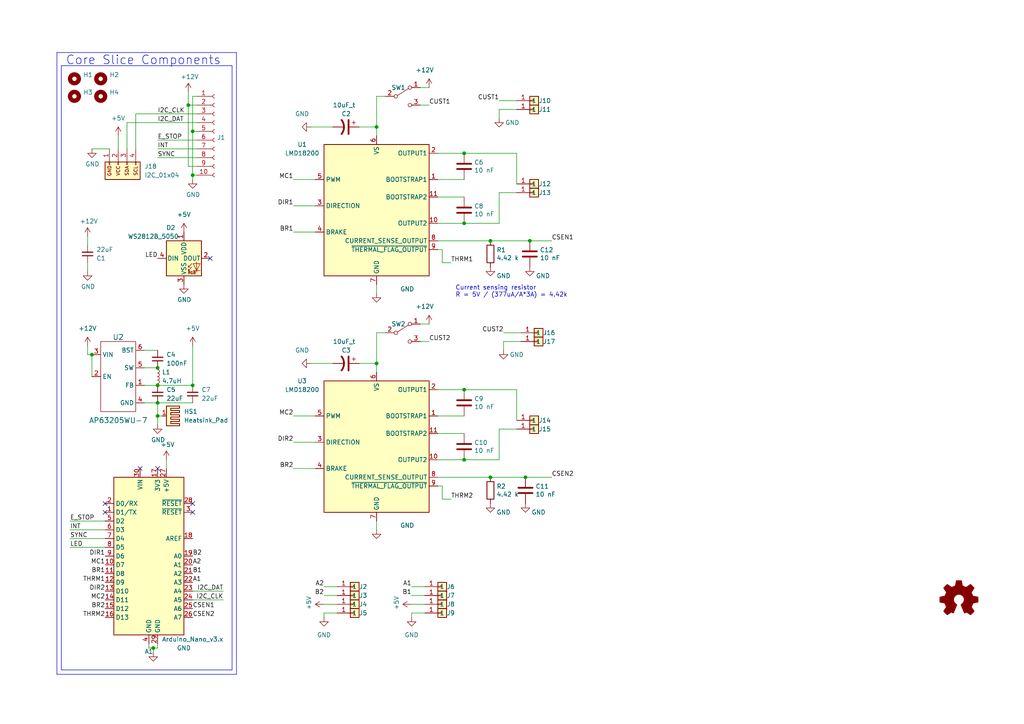
<source format=kicad_sch>
(kicad_sch (version 20250114) (generator "eeschema") (generator_version "9.0")
  (paper "A4")
  (lib_symbols
    (symbol "BREAD_Slice-rescue:10uF_t-OCI_UPL_2_Capacitors" (pin_numbers (hide yes)) (pin_names (offset 0.254) (hide yes))
      (property "Reference" "C" (at 0.635 2.54 0))
      (property "Value" "10uF_t-OCI_UPL_2_Capacitors" (at 0.635 -2.54 0))
      (symbol "10uF_t-OCI_UPL_2_Capacitors_0_1"
        (polyline (pts (xy -2.032 0.762) (xy 2.032 0.762)) (stroke (width 0.508)))
        (polyline (pts (xy -1.778 2.286) (xy -0.762 2.286)))
        (polyline (pts (xy -1.27 1.778) (xy -1.27 2.794)))
        (arc (start -2.032 -1.27) (mid 0 -0.5572) (end 2.032 -1.27) (stroke (width 0.508)))
      )
      (symbol "10uF_t-OCI_UPL_2_Capacitors_1_1"
        (pin passive line (at 0 3.81 270) (length 2.794) (name "~") (number "1"))
        (pin passive line (at 0 -3.81 90) (length 3.302) (name "~") (number "2"))
      )
    )
    (symbol "Connector:Conn_01x10_Female" (pin_names (offset 1.016) (hide yes))
      (property "Reference" "J" (at 0 12.7 0))
      (property "Value" "Conn_01x10_Female" (at 0 -15.24 0))
      (symbol "Conn_01x10_Female_1_1"
        (polyline (pts (xy -1.27 10.16) (xy -0.508 10.16)) (stroke (width 0.1524)))
        (polyline (pts (xy -1.27 7.62) (xy -0.508 7.62)) (stroke (width 0.1524)))
        (polyline (pts (xy -1.27 5.08) (xy -0.508 5.08)) (stroke (width 0.1524)))
        (polyline (pts (xy -1.27 2.54) (xy -0.508 2.54)) (stroke (width 0.1524)))
        (polyline (pts (xy -1.27 0) (xy -0.508 0)) (stroke (width 0.1524)))
        (polyline (pts (xy -1.27 -2.54) (xy -0.508 -2.54)) (stroke (width 0.1524)))
        (polyline (pts (xy -1.27 -5.08) (xy -0.508 -5.08)) (stroke (width 0.1524)))
        (polyline (pts (xy -1.27 -7.62) (xy -0.508 -7.62)) (stroke (width 0.1524)))
        (polyline (pts (xy -1.27 -10.16) (xy -0.508 -10.16)) (stroke (width 0.1524)))
        (polyline (pts (xy -1.27 -12.7) (xy -0.508 -12.7)) (stroke (width 0.1524)))
        (arc (start 0 9.652) (mid -0.5058 10.16) (end 0 10.668) (stroke (width 0.1524)))
        (arc (start 0 7.112) (mid -0.5058 7.62) (end 0 8.128) (stroke (width 0.1524)))
        (arc (start 0 4.572) (mid -0.5058 5.08) (end 0 5.588) (stroke (width 0.1524)))
        (arc (start 0 2.032) (mid -0.5058 2.54) (end 0 3.048) (stroke (width 0.1524)))
        (arc (start 0 -0.508) (mid -0.5058 0) (end 0 0.508) (stroke (width 0.1524)))
        (arc (start 0 -3.048) (mid -0.5058 -2.54) (end 0 -2.032) (stroke (width 0.1524)))
        (arc (start 0 -5.588) (mid -0.5058 -5.08) (end 0 -4.572) (stroke (width 0.1524)))
        (arc (start 0 -8.128) (mid -0.5058 -7.62) (end 0 -7.112) (stroke (width 0.1524)))
        (arc (start 0 -10.668) (mid -0.5058 -10.16) (end 0 -9.652) (stroke (width 0.1524)))
        (arc (start 0 -13.208) (mid -0.5058 -12.7) (end 0 -12.192) (stroke (width 0.1524)))
        (pin passive line (at -5.08 10.16 0) (length 3.81) (name "Pin_1") (number "1"))
        (pin passive line (at -5.08 7.62 0) (length 3.81) (name "Pin_2") (number "2"))
        (pin passive line (at -5.08 5.08 0) (length 3.81) (name "Pin_3") (number "3"))
        (pin passive line (at -5.08 2.54 0) (length 3.81) (name "Pin_4") (number "4"))
        (pin passive line (at -5.08 0 0) (length 3.81) (name "Pin_5") (number "5"))
        (pin passive line (at -5.08 -2.54 0) (length 3.81) (name "Pin_6") (number "6"))
        (pin passive line (at -5.08 -5.08 0) (length 3.81) (name "Pin_7") (number "7"))
        (pin passive line (at -5.08 -7.62 0) (length 3.81) (name "Pin_8") (number "8"))
        (pin passive line (at -5.08 -10.16 0) (length 3.81) (name "Pin_9") (number "9"))
        (pin passive line (at -5.08 -12.7 0) (length 3.81) (name "Pin_10") (number "10"))
      )
    )
    (symbol "Device:C" (pin_numbers (hide yes)) (pin_names (offset 0.254))
      (property "Reference" "C" (at 0.635 2.54 0))
      (property "Value" "C" (at 0.635 -2.54 0))
      (symbol "C_0_1"
        (polyline (pts (xy -2.032 0.762) (xy 2.032 0.762)) (stroke (width 0.508)))
        (polyline (pts (xy -2.032 -0.762) (xy 2.032 -0.762)) (stroke (width 0.508)))
      )
      (symbol "C_1_1"
        (pin passive line (at 0 3.81 270) (length 2.794) (name "~") (number "1"))
        (pin passive line (at 0 -3.81 90) (length 2.794) (name "~") (number "2"))
      )
    )
    (symbol "Device:C_Small" (pin_numbers (hide yes)) (pin_names (offset 0.254) (hide yes))
      (property "Reference" "C" (at 0.254 1.778 0))
      (property "Value" "C_Small" (at 0.254 -2.032 0))
      (symbol "C_Small_0_1"
        (polyline (pts (xy -1.524 0.508) (xy 1.524 0.508)) (stroke (width 0.3048)))
        (polyline (pts (xy -1.524 -0.508) (xy 1.524 -0.508)) (stroke (width 0.3302)))
      )
      (symbol "C_Small_1_1"
        (pin passive line (at 0 2.54 270) (length 2.032) (name "~") (number "1"))
        (pin passive line (at 0 -2.54 90) (length 2.032) (name "~") (number "2"))
      )
    )
    (symbol "Device:L_Small" (pin_numbers (hide yes)) (pin_names (offset 0.254) (hide yes))
      (property "Reference" "L" (at 0.762 1.016 0))
      (property "Value" "L_Small" (at 0.762 -1.016 0))
      (symbol "L_Small_0_1"
        (arc (start 0 2.032) (mid 0.5058 1.524) (end 0 1.016))
        (arc (start 0 1.016) (mid 0.5058 0.508) (end 0 0))
        (arc (start 0 0) (mid 0.5058 -0.508) (end 0 -1.016))
        (arc (start 0 -1.016) (mid 0.5058 -1.524) (end 0 -2.032))
      )
      (symbol "L_Small_1_1"
        (pin passive line (at 0 2.54 270) (length 0.508) (name "~") (number "1"))
        (pin passive line (at 0 -2.54 90) (length 0.508) (name "~") (number "2"))
      )
    )
    (symbol "Device:R" (pin_numbers (hide yes)) (pin_names (offset 0))
      (property "Reference" "R" (at 2.032 0 90))
      (property "Value" "R" (at 0 0 90))
      (symbol "R_0_1"
        (rectangle (start -1.016 -2.54) (end 1.016 2.54) (stroke (width 0.254)))
      )
      (symbol "R_1_1"
        (pin passive line (at 0 3.81 270) (length 1.27) (name "~") (number "1"))
        (pin passive line (at 0 -3.81 90) (length 1.27) (name "~") (number "2"))
      )
    )
    (symbol "Driver_Motor:LMD18200"
      (property "Reference" "U" (at -12.7 19.05 0))
      (property "Value" "LMD18200" (at 15.24 19.05 0))
      (symbol "LMD18200_0_1"
        (rectangle (start -15.24 -20.32) (end 15.24 17.78) (stroke (width 0.254)) (fill (type background)))
      )
      (symbol "LMD18200_1_1"
        (pin input line (at -17.78 7.62 0) (length 2.54) (name "PWM") (number "5"))
        (pin input line (at -17.78 0 0) (length 2.54) (name "DIRECTION") (number "3"))
        (pin input line (at -17.78 -7.62 0) (length 2.54) (name "BRAKE") (number "4"))
        (pin power_in line (at 0 20.32 270) (length 2.54) (name "VS") (number "6"))
        (pin power_in line (at 0 -22.86 90) (length 2.54) (name "GND") (number "7"))
        (pin output line (at 17.78 15.24 180) (length 2.54) (name "OUTPUT1") (number "2"))
        (pin passive line (at 17.78 7.62 180) (length 2.54) (name "BOOTSTRAP1") (number "1"))
        (pin passive line (at 17.78 2.54 180) (length 2.54) (name "BOOTSTRAP2") (number "11"))
        (pin output line (at 17.78 -5.08 180) (length 2.54) (name "OUTPUT2") (number "10"))
        (pin output line (at 17.78 -10.16 180) (length 2.54) (name "CURRENT_SENSE_OUTPUT") (number "8"))
        (pin open_collector line (at 17.78 -12.7 180) (length 2.54) (name "~{THERMAL_FLAG_OUTPUT}") (number "9"))
      )
    )
    (symbol "Graphic:Logo_Open_Hardware_Small" (in_bom no) (on_board no)
      (symbol "Logo_Open_Hardware_Small_0_1"
        (polyline (pts (xy 3.3528 -4.3434) (xy 3.302 -4.318) (xy 3.175 -4.2418) (xy 2.9972 -4.1148) (xy 2.7686 -3.9624) (xy 2.54 -3.81) (xy 2.3622 -3.7084) (xy 2.2352 -3.6068) (xy 2.1844 -3.5814) (xy 2.159 -3.6068) (xy 2.0574 -3.6576) (xy 1.905 -3.7338) (xy 1.8034 -3.7846) (xy 1.6764 -3.8354) (xy 1.6002 -3.8354) (xy 1.6002 -3.8354) (xy 1.5494 -3.7338) (xy 1.4732 -3.5306) (xy 1.3462 -3.302) (xy 1.2446 -3.0226) (xy 1.1176 -2.7178) (xy 0.9652 -2.413) (xy 0.8636 -2.1082) (xy 0.7366 -1.8288) (xy 0.6604 -1.6256) (xy 0.6096 -1.4732) (xy 0.5842 -1.397) (xy 0.5842 -1.397) (xy 0.6604 -1.3208) (xy 0.7874 -1.2446) (xy 1.0414 -1.016) (xy 1.2954 -0.6858) (xy 1.4478 -0.3302) (xy 1.524 0.0762) (xy 1.4732 0.4572) (xy 1.3208 0.8128) (xy 1.0668 1.143) (xy 0.762 1.3716) (xy 0.4064 1.524) (xy 0 1.5748) (xy -0.381 1.5494) (xy -0.7366 1.397) (xy -1.0668 1.143) (xy -1.2192 0.9906) (xy -1.397 0.6604) (xy -1.524 0.3048) (xy -1.524 0.2286) (xy -1.4986 -0.1778) (xy -1.397 -0.5334) (xy -1.1938 -0.8636) (xy -0.9144 -1.143) (xy -0.8636 -1.1684) (xy -0.7366 -1.27) (xy -0.635 -1.3462) (xy -0.5842 -1.397) (xy -1.0668 -2.5908) (xy -1.143 -2.794) (xy -1.2954 -3.1242) (xy -1.397 -3.4036) (xy -1.4986 -3.6322) (xy -1.5748 -3.7846) (xy -1.6002 -3.8354) (xy -1.6002 -3.8354) (xy -1.651 -3.8354) (xy -1.7272 -3.81) (xy -1.905 -3.7338) (xy -2.0066 -3.683) (xy -2.1336 -3.6068) (xy -2.2098 -3.5814) (xy -2.2606 -3.6068) (xy -2.3622 -3.683) (xy -2.54 -3.81) (xy -2.7686 -3.9624) (xy -2.9718 -4.0894) (xy -3.1496 -4.2164) (xy -3.302 -4.318) (xy -3.3528 -4.3434) (xy -3.3782 -4.3434) (xy -3.429 -4.318) (xy -3.5306 -4.2164) (xy -3.7084 -4.064) (xy -3.937 -3.8354) (xy -3.9624 -3.81) (xy -4.1656 -3.6068) (xy -4.318 -3.4544) (xy -4.4196 -3.3274) (xy -4.445 -3.2766) (xy -4.445 -3.2766) (xy -4.4196 -3.2258) (xy -4.318 -3.0734) (xy -4.2164 -2.8956) (xy -4.064 -2.667) (xy -3.6576 -2.0828) (xy -3.8862 -1.5494) (xy -3.937 -1.3716) (xy -4.0386 -1.1684) (xy -4.0894 -1.0414) (xy -4.1148 -0.9652) (xy -4.191 -0.9398) (xy -4.318 -0.9144) (xy -4.5466 -0.8636) (xy -4.8006 -0.8128) (xy -5.0546 -0.7874) (xy -5.2578 -0.7366) (xy -5.4356 -0.7112) (xy -5.5118 -0.6858) (xy -5.5118 -0.6858) (xy -5.5372 -0.635) (xy -5.5372 -0.5588) (xy -5.5372 -0.4318) (xy -5.5626 -0.2286) (xy -5.5626 0.0762) (xy -5.5626 0.127) (xy -5.5372 0.4064) (xy -5.5372 0.635) (xy -5.5372 0.762) (xy -5.5372 0.8382) (xy -5.5372 0.8382) (xy -5.461 0.8382) (xy -5.3086 0.889) (xy -5.08 0.9144) (xy -4.826 0.9652) (xy -4.8006 0.9906) (xy -4.5466 1.0414) (xy -4.318 1.0668) (xy -4.1656 1.1176) (xy -4.0894 1.143) (xy -4.0894 1.143) (xy -4.0386 1.2446) (xy -3.9624 1.4224) (xy -3.8608 1.6256) (xy -3.7846 1.8288) (xy -3.7084 2.0066) (xy -3.6576 2.159) (xy -3.6322 2.2098) (xy -3.6322 2.2098) (xy -3.683 2.286) (xy -3.7592 2.413) (xy -3.8862 2.5908) (xy -4.064 2.8194) (xy -4.064 2.8448) (xy -4.2164 3.0734) (xy -4.3434 3.2512) (xy -4.4196 3.3782) (xy -4.445 3.4544) (xy -4.445 3.4544) (xy -4.3942 3.5052) (xy -4.2926 3.6322) (xy -4.1148 3.81) (xy -3.937 4.0132) (xy -3.8608 4.064) (xy -3.6576 4.2926) (xy -3.5052 4.4196) (xy -3.4036 4.4958) (xy -3.3528 4.5212) (xy -3.3528 4.5212) (xy -3.302 4.4704) (xy -3.1496 4.3688) (xy -2.9718 4.2418) (xy -2.7432 4.0894) (xy -2.7178 4.0894) (xy -2.4892 3.937) (xy -2.3114 3.81) (xy -2.1844 3.7084) (xy -2.1336 3.683) (xy -2.1082 3.683) (xy -2.032 3.7084) (xy -1.8542 3.7592) (xy -1.6764 3.8354) (xy -1.4732 3.937) (xy -1.27 4.0132) (xy -1.143 4.064) (xy -1.0668 4.1148) (xy -1.0668 4.1148) (xy -1.0414 4.191) (xy -1.016 4.3434) (xy -0.9652 4.572) (xy -0.9144 4.8514) (xy -0.889 4.9022) (xy -0.8382 5.1562) (xy -0.8128 5.3848) (xy -0.7874 5.5372) (xy -0.762 5.588) (xy -0.7112 5.6134) (xy -0.5842 5.6134) (xy -0.4064 5.6134) (xy -0.1524 5.6134) (xy 0.0762 5.6134) (xy 0.3302 5.6134) (xy 0.5334 5.6134) (xy 0.6858 5.588) (xy 0.7366 5.588) (xy 0.7366 5.588) (xy 0.762 5.5118) (xy 0.8128 5.334) (xy 0.8382 5.1054) (xy 0.9144 4.826) (xy 0.9144 4.7752) (xy 0.9652 4.5212) (xy 1.016 4.2926) (xy 1.0414 4.1402) (xy 1.0668 4.0894) (xy 1.0668 4.0894) (xy 1.1938 4.0386) (xy 1.3716 3.9624) (xy 1.5748 3.8608) (xy 2.0828 3.6576) (xy 2.7178 4.0894) (xy 2.7686 4.1402) (xy 2.9972 4.2926) (xy 3.175 4.4196) (xy 3.302 4.4958) (xy 3.3782 4.5212) (xy 3.3782 4.5212) (xy 3.429 4.4704) (xy 3.556 4.3434) (xy 3.7338 4.191) (xy 3.9116 3.9878) (xy 4.064 3.8354) (xy 4.2418 3.6576) (xy 4.3434 3.556) (xy 4.4196 3.4798) (xy 4.4196 3.429) (xy 4.4196 3.4036) (xy 4.3942 3.3274) (xy 4.2926 3.2004) (xy 4.1656 2.9972) (xy 4.0132 2.794) (xy 3.8862 2.5908) (xy 3.7592 2.3876) (xy 3.6576 2.2352) (xy 3.6322 2.159) (xy 3.6322 2.1336) (xy 3.683 2.0066) (xy 3.7592 1.8288) (xy 3.8608 1.6002) (xy 4.064 1.1176) (xy 4.3942 1.0414) (xy 4.5974 1.016) (xy 4.8768 0.9652) (xy 5.1308 0.9144) (xy 5.5372 0.8382) (xy 5.5626 -0.6604) (xy 5.4864 -0.6858) (xy 5.4356 -0.6858) (xy 5.2832 -0.7366) (xy 5.0546 -0.762) (xy 4.8006 -0.8128) (xy 4.5974 -0.8636) (xy 4.3688 -0.9144) (xy 4.2164 -0.9398) (xy 4.1402 -0.9398) (xy 4.1148 -0.9652) (xy 4.064 -1.0668) (xy 3.9878 -1.2446) (xy 3.9116 -1.4478) (xy 3.81 -1.651) (xy 3.7338 -1.8542) (xy 3.683 -2.0066) (xy 3.6576 -2.0828) (xy 3.683 -2.1336) (xy 3.7846 -2.2606) (xy 3.8862 -2.4638) (xy 4.0386 -2.667) (xy 4.191 -2.8956) (xy 4.318 -3.0734) (xy 4.3942 -3.2004) (xy 4.445 -3.2766) (xy 4.4196 -3.3274) (xy 4.3434 -3.429) (xy 4.1656 -3.5814) (xy 3.937 -3.8354) (xy 3.8862 -3.8608) (xy 3.683 -4.064) (xy 3.5306 -4.2164) (xy 3.4036 -4.318) (xy 3.3528 -4.3434)) (fill (type outline)))
      )
    )
    (symbol "MCU_Module:Arduino_Nano_v3.x"
      (property "Reference" "A" (at -10.16 23.495 0))
      (property "Value" "Arduino_Nano_v3.x" (at 5.08 -24.13 0))
      (symbol "Arduino_Nano_v3.x_0_1"
        (rectangle (start -10.16 22.86) (end 10.16 -22.86) (stroke (width 0.254)) (fill (type background)))
      )
      (symbol "Arduino_Nano_v3.x_1_1"
        (pin bidirectional line (at -12.7 15.24 0) (length 2.54) (name "D0/RX") (number "2"))
        (pin bidirectional line (at -12.7 12.7 0) (length 2.54) (name "D1/TX") (number "1"))
        (pin bidirectional line (at -12.7 10.16 0) (length 2.54) (name "D2") (number "5"))
        (pin bidirectional line (at -12.7 7.62 0) (length 2.54) (name "D3") (number "6"))
        (pin bidirectional line (at -12.7 5.08 0) (length 2.54) (name "D4") (number "7"))
        (pin bidirectional line (at -12.7 2.54 0) (length 2.54) (name "D5") (number "8"))
        (pin bidirectional line (at -12.7 0 0) (length 2.54) (name "D6") (number "9"))
        (pin bidirectional line (at -12.7 -2.54 0) (length 2.54) (name "D7") (number "10"))
        (pin bidirectional line (at -12.7 -5.08 0) (length 2.54) (name "D8") (number "11"))
        (pin bidirectional line (at -12.7 -7.62 0) (length 2.54) (name "D9") (number "12"))
        (pin bidirectional line (at -12.7 -10.16 0) (length 2.54) (name "D10") (number "13"))
        (pin bidirectional line (at -12.7 -12.7 0) (length 2.54) (name "D11") (number "14"))
        (pin bidirectional line (at -12.7 -15.24 0) (length 2.54) (name "D12") (number "15"))
        (pin bidirectional line (at -12.7 -17.78 0) (length 2.54) (name "D13") (number "16"))
        (pin power_in line (at -2.54 25.4 270) (length 2.54) (name "VIN") (number "30"))
        (pin power_in line (at 0 -25.4 90) (length 2.54) (name "GND") (number "4"))
        (pin power_out line (at 2.54 25.4 270) (length 2.54) (name "3V3") (number "17"))
        (pin power_in line (at 2.54 -25.4 90) (length 2.54) (name "GND") (number "29"))
        (pin power_out line (at 5.08 25.4 270) (length 2.54) (name "+5V") (number "27"))
        (pin input line (at 12.7 15.24 180) (length 2.54) (name "~{RESET}") (number "28"))
        (pin input line (at 12.7 12.7 180) (length 2.54) (name "~{RESET}") (number "3"))
        (pin input line (at 12.7 5.08 180) (length 2.54) (name "AREF") (number "18"))
        (pin bidirectional line (at 12.7 0 180) (length 2.54) (name "A0") (number "19"))
        (pin bidirectional line (at 12.7 -2.54 180) (length 2.54) (name "A1") (number "20"))
        (pin bidirectional line (at 12.7 -5.08 180) (length 2.54) (name "A2") (number "21"))
        (pin bidirectional line (at 12.7 -7.62 180) (length 2.54) (name "A3") (number "22"))
        (pin bidirectional line (at 12.7 -10.16 180) (length 2.54) (name "A4") (number "23"))
        (pin bidirectional line (at 12.7 -12.7 180) (length 2.54) (name "A5") (number "24"))
        (pin bidirectional line (at 12.7 -15.24 180) (length 2.54) (name "A6") (number "25"))
        (pin bidirectional line (at 12.7 -17.78 180) (length 2.54) (name "A7") (number "26"))
      )
    )
    (symbol "Mechanical:Heatsink_Pad" (pin_names (offset 0))
      (property "Reference" "HS" (at 0 5.715 0))
      (property "Value" "Heatsink_Pad" (at 0 3.81 0))
      (symbol "Heatsink_Pad_0_1"
        (polyline (pts (xy -0.3302 0) (xy -0.9652 0) (xy -0.9652 2.54) (xy -1.6002 2.54) (xy -1.6002 0) (xy -2.2352 0) (xy -2.2352 2.54) (xy -2.8702 2.54) (xy -2.8702 -1.27) (xy -0.9652 -1.27)) (stroke (width 0.254)) (fill (type background)))
        (polyline (pts (xy -0.3302 0) (xy -0.3302 2.54) (xy 0.3048 2.54) (xy 0.3048 0) (xy 0.9398 0) (xy 0.9398 2.54) (xy 1.5748 2.54) (xy 1.5748 0) (xy 2.2098 0) (xy 2.2098 2.54) (xy 2.8448 2.54) (xy 2.8448 -1.27) (xy -0.9652 -1.27)) (stroke (width 0.254)) (fill (type background)))
      )
      (symbol "Heatsink_Pad_1_1"
        (pin passive line (at 0 -2.54 90) (length 1.27) (name "~") (number "1"))
      )
    )
    (symbol "Mechanical:MountingHole" (pin_names (offset 1.016))
      (property "Reference" "H" (at 0 5.08 0))
      (property "Value" "MountingHole" (at 0 3.175 0))
      (symbol "MountingHole_0_1"
        (circle (center 0 0) (radius 1.27) (stroke (width 1.27)))
      )
    )
    (symbol "SparkFun-Connector:I2C_01x04" (pin_names (offset 1.016) (hide yes))
      (property "Reference" "J" (at 0 5.08 0))
      (property "Value" "I2C_01x04" (at 0 -7.62 0))
      (symbol "I2C_01x04_1_1"
        (rectangle (start -1.27 3.81) (end 3.81 -6.35) (stroke (width 0.254)) (fill (type background)))
        (rectangle (start -1.27 2.667) (end -0.508 2.413) (stroke (width 0.1524)))
        (rectangle (start -1.27 0.127) (end -0.508 -0.127) (stroke (width 0.1524)))
        (rectangle (start -1.27 -2.413) (end -0.508 -2.667) (stroke (width 0.1524)))
        (rectangle (start -1.27 -4.953) (end -0.508 -5.207) (stroke (width 0.1524)))
        (text "SCL" (at 1.27 2.54 0) (effects (font (size 1 1))))
        (text "SDA" (at 1.27 0 0) (effects (font (size 1 1))))
        (text "VCC" (at 1.27 -2.54 0) (effects (font (size 1 1))))
        (text "GND" (at 1.27 -5.08 0) (effects (font (size 1 1))))
        (pin passive line (at -5.08 2.54 0) (length 3.81) (name "Pin_4") (number "4"))
        (pin passive line (at -5.08 0 0) (length 3.81) (name "Pin_3") (number "3"))
        (pin passive line (at -5.08 -2.54 0) (length 3.81) (name "Pin_2") (number "2"))
        (pin passive line (at -5.08 -5.08 0) (length 3.81) (name "Pin_1") (number "1"))
      )
    )
    (symbol "SparkFun-Connector:Term_PressFit_Phoenix_Contact"
      (property "Reference" "J" (at 7.62 -1.27 0))
      (property "Value" "Term_PressFit_Phoenix_Contact" (at 3.81 3.81 0))
      (symbol "Term_PressFit_Phoenix_Contact_1_1"
        (rectangle (start 3.81 1.27) (end 6.35 -1.27) (stroke (width 0.254)) (fill (type background)))
        (rectangle (start 3.81 0.127) (end 5.08 -0.127) (stroke (width 0.1524)))
        (pin passive line (at 0 0 0) (length 3.81) (name "1") (number "1"))
      )
    )
    (symbol "SparkFun-DiscreteSemi:AP63205"
      (property "Reference" "U" (at 0 7.62 0))
      (symbol "AP63205_0_1"
        (rectangle (start -5.08 6.35) (end 5.08 -13.97))
      )
      (symbol "AP63205_1_1"
        (pin input line (at -7.62 2.54 0) (length 2.54) (name "VIN") (number "3"))
        (pin input line (at -7.62 -3.81 0) (length 2.54) (name "EN") (number "2"))
        (pin input line (at 7.62 3.81 180) (length 2.54) (name "BST") (number "6"))
        (pin input line (at 7.62 -1.27 180) (length 2.54) (name "SW") (number "5"))
        (pin input line (at 7.62 -6.35 180) (length 2.54) (name "FB") (number "1"))
        (pin input line (at 7.62 -11.43 180) (length 2.54) (name "GND") (number "4"))
      )
    )
    (symbol "SparkFun-LED:WS2812B_5050" (pin_names (offset 0.254))
      (property "Reference" "D" (at 5.08 5.715 0))
      (property "Value" "WS2812B_5050" (at 1.27 -5.715 0))
      (symbol "WS2812B_5050_0_0"
        (text "RGB" (at 2.286 -4.191 0) (effects (font (size 0.762 0.762))))
      )
      (symbol "WS2812B_5050_0_1"
        (polyline (pts (xy 1.27 -2.54) (xy 1.778 -2.54)))
        (polyline (pts (xy 1.27 -3.556) (xy 1.778 -3.556)))
        (polyline (pts (xy 2.286 -1.524) (xy 1.27 -2.54) (xy 1.27 -2.032)))
        (polyline (pts (xy 2.286 -2.54) (xy 1.27 -3.556) (xy 1.27 -3.048)))
        (polyline (pts (xy 3.683 -1.016) (xy 3.683 -3.556) (xy 3.683 -4.064)))
        (polyline (pts (xy 4.699 -1.524) (xy 2.667 -1.524) (xy 3.683 -3.556) (xy 4.699 -1.524)))
        (polyline (pts (xy 4.699 -3.556) (xy 2.667 -3.556)))
        (rectangle (start 5.08 5.08) (end -5.08 -5.08) (stroke (width 0.254)) (fill (type background)))
      )
      (symbol "WS2812B_5050_1_1"
        (pin input line (at -7.62 0 0) (length 2.54) (name "DIN") (number "4"))
        (pin power_in line (at 0 7.62 270) (length 2.54) (name "VDD") (number "1"))
        (pin power_in line (at 0 -7.62 90) (length 2.54) (name "VSS") (number "3"))
        (pin output line (at 7.62 0 180) (length 2.54) (name "DOUT") (number "2"))
      )
    )
    (symbol "Switch:SW_SPDT" (pin_names (offset 0) (hide yes))
      (property "Reference" "SW" (at 0 4.318 0))
      (property "Value" "SW_SPDT" (at 0 -5.08 0))
      (symbol "SW_SPDT_0_0"
        (circle (center -2.032 0) (radius 0.508))
        (circle (center 2.032 -2.54) (radius 0.508))
      )
      (symbol "SW_SPDT_0_1"
        (polyline (pts (xy -1.524 0.254) (xy 1.651 2.286)))
        (circle (center 2.032 2.54) (radius 0.508))
      )
      (symbol "SW_SPDT_1_1"
        (pin passive line (at -5.08 0 0) (length 2.54) (name "B") (number "2"))
        (pin passive line (at 5.08 2.54 180) (length 2.54) (name "A") (number "1"))
        (pin passive line (at 5.08 -2.54 180) (length 2.54) (name "C") (number "3"))
      )
    )
    (symbol "power:+12V" (power) (pin_names (offset 0))
      (property "Value" "+12V" (at 0 3.556 0))
      (symbol "+12V_0_1"
        (polyline (pts (xy -0.762 1.27) (xy 0 2.54)))
        (polyline (pts (xy 0 2.54) (xy 0.762 1.27)))
        (polyline (pts (xy 0 0) (xy 0 2.54)))
      )
      (symbol "+12V_1_1"
        (pin power_in line (at 0 0 90) (length 0) (hide yes) (name "+12V") (number "1"))
      )
    )
    (symbol "power:+5V" (power) (pin_names (offset 0))
      (property "Value" "+5V" (at 0 3.556 0))
      (symbol "+5V_0_1"
        (polyline (pts (xy -0.762 1.27) (xy 0 2.54)))
        (polyline (pts (xy 0 2.54) (xy 0.762 1.27)))
        (polyline (pts (xy 0 0) (xy 0 2.54)))
      )
      (symbol "+5V_1_1"
        (pin power_in line (at 0 0 90) (length 0) (hide yes) (name "+5V") (number "1"))
      )
    )
    (symbol "power:GND" (power) (pin_names (offset 0))
      (property "Value" "GND" (at 0 -3.81 0))
      (symbol "GND_0_1"
        (polyline (pts (xy 0 0) (xy 0 -1.27) (xy 1.27 -1.27) (xy 0 -2.54) (xy -1.27 -1.27) (xy 0 -1.27)))
      )
      (symbol "GND_1_1"
        (pin power_in line (at 0 0 270) (length 0) (hide yes) (name "GND") (number "1"))
      )
    )
  )
  (text "Current sensing resistor\nR = 5V / (377uA/A*3A) = 4.42k" (at 132.08 86.36 0) (effects (font (size 1.27 1.27)) (justify left bottom)))
  (text "Core Slice Components" (at 19.05 19.05 0) (effects (font (size 2.54 2.54)) (justify left bottom)))
  (junction (at 55.88 50.8))
  (junction (at 45.72 116.84))
  (junction (at 109.22 36.83))
  (junction (at 109.22 105.41))
  (junction (at 134.62 133.35))
  (junction (at 45.72 106.68))
  (junction (at 142.24 69.85))
  (junction (at 45.72 111.76))
  (junction (at 54.61 30.48))
  (junction (at 44.45 187.96))
  (junction (at 55.88 38.1))
  (junction (at 134.62 64.77))
  (junction (at 153.67 69.85))
  (junction (at 142.24 138.43))
  (junction (at 55.88 111.76))
  (junction (at 134.62 113.03))
  (junction (at 134.62 44.45))
  (junction (at 152.4 138.43))
  (junction (at 45.72 120.65))
  (junction (at 26.67 102.87))
  (no_connect (at 30.48 148.59))
  (no_connect (at 30.48 146.05))
  (no_connect (at 40.64 135.89))
  (no_connect (at 45.72 135.89))
  (no_connect (at 55.88 146.05))
  (no_connect (at 55.88 148.59))
  (no_connect (at 60.96 74.93))
  (wire (pts (xy 45.72 187.96) (xy 45.72 186.69)))
  (wire (pts (xy 128.27 144.78) (xy 130.81 144.78)))
  (wire (pts (xy 134.62 64.77) (xy 144.78 64.77)))
  (wire (pts (xy 151.13 99.06) (xy 146.05 99.06)))
  (wire (pts (xy 41.91 106.68) (xy 45.72 106.68)))
  (wire (pts (xy 134.62 113.03) (xy 149.86 113.03)))
  (wire (pts (xy 25.4 76.2) (xy 25.4 78.74)))
  (wire (pts (xy 124.46 93.98) (xy 121.92 93.98)))
  (wire (pts (xy 44.45 187.96) (xy 45.72 187.96)))
  (polyline (pts (xy 67.31 194.31) (xy 67.31 19.05)))
  (wire (pts (xy 25.4 102.87) (xy 26.67 102.87)))
  (wire (pts (xy 127 138.43) (xy 142.24 138.43)))
  (wire (pts (xy 151.13 96.52) (xy 146.05 96.52)))
  (wire (pts (xy 93.98 170.18) (xy 97.79 170.18)))
  (wire (pts (xy 45.72 43.18) (xy 57.15 43.18)))
  (wire (pts (xy 85.09 67.31) (xy 91.44 67.31)))
  (wire (pts (xy 26.67 43.18) (xy 31.75 43.18)))
  (wire (pts (xy 54.61 30.48) (xy 57.15 30.48)))
  (polyline (pts (xy 16.51 195.58) (xy 68.58 195.58)))
  (wire (pts (xy 152.4 138.43) (xy 160.02 138.43)))
  (polyline (pts (xy 17.78 19.05) (xy 17.78 194.31)))
  (wire (pts (xy 127 140.97) (xy 128.27 140.97)))
  (wire (pts (xy 124.46 99.06) (xy 121.92 99.06)))
  (wire (pts (xy 149.86 44.45) (xy 149.86 53.34)))
  (wire (pts (xy 153.67 69.85) (xy 160.02 69.85)))
  (wire (pts (xy 109.22 36.83) (xy 109.22 39.37)))
  (wire (pts (xy 109.22 96.52) (xy 109.22 105.41)))
  (wire (pts (xy 54.61 26.67) (xy 54.61 30.48)))
  (wire (pts (xy 144.78 55.88) (xy 144.78 64.77)))
  (wire (pts (xy 41.91 111.76) (xy 45.72 111.76)))
  (wire (pts (xy 119.38 175.26) (xy 123.19 175.26)))
  (wire (pts (xy 55.88 50.8) (xy 55.88 38.1)))
  (wire (pts (xy 57.15 40.64) (xy 45.72 40.64)))
  (wire (pts (xy 127 57.15) (xy 134.62 57.15)))
  (wire (pts (xy 36.83 35.56) (xy 57.15 35.56)))
  (wire (pts (xy 127 133.35) (xy 134.62 133.35)))
  (wire (pts (xy 39.37 33.02) (xy 57.15 33.02)))
  (wire (pts (xy 121.92 25.4) (xy 124.46 25.4)))
  (polyline (pts (xy 67.31 19.05) (xy 17.78 19.05)))
  (wire (pts (xy 142.24 69.85) (xy 153.67 69.85)))
  (wire (pts (xy 127 64.77) (xy 134.62 64.77)))
  (wire (pts (xy 128.27 72.39) (xy 128.27 76.2)))
  (wire (pts (xy 104.14 36.83) (xy 109.22 36.83)))
  (wire (pts (xy 119.38 179.07) (xy 119.38 177.8)))
  (wire (pts (xy 57.15 48.26) (xy 54.61 48.26)))
  (wire (pts (xy 45.72 45.72) (xy 57.15 45.72)))
  (wire (pts (xy 25.4 100.33) (xy 25.4 102.87)))
  (wire (pts (xy 119.38 177.8) (xy 123.19 177.8)))
  (wire (pts (xy 127 113.03) (xy 134.62 113.03)))
  (wire (pts (xy 45.72 123.19) (xy 45.72 120.65)))
  (wire (pts (xy 93.98 175.26) (xy 97.79 175.26)))
  (wire (pts (xy 20.32 156.21) (xy 30.48 156.21)))
  (wire (pts (xy 127 44.45) (xy 134.62 44.45)))
  (polyline (pts (xy 68.58 15.24) (xy 16.51 15.24)))
  (wire (pts (xy 121.92 30.48) (xy 124.46 30.48)))
  (wire (pts (xy 55.88 111.76) (xy 55.88 100.33)))
  (wire (pts (xy 26.67 102.87) (xy 26.67 109.22)))
  (wire (pts (xy 48.26 133.35) (xy 48.26 135.89)))
  (wire (pts (xy 90.17 36.83) (xy 96.52 36.83)))
  (wire (pts (xy 43.18 186.69) (xy 43.18 187.96)))
  (wire (pts (xy 128.27 76.2) (xy 130.81 76.2)))
  (wire (pts (xy 127 72.39) (xy 128.27 72.39)))
  (polyline (pts (xy 16.51 15.24) (xy 16.51 195.58)))
  (wire (pts (xy 144.78 124.46) (xy 144.78 133.35)))
  (wire (pts (xy 45.72 116.84) (xy 55.88 116.84)))
  (wire (pts (xy 90.17 105.41) (xy 96.52 105.41)))
  (wire (pts (xy 149.86 29.21) (xy 144.78 29.21)))
  (wire (pts (xy 109.22 27.94) (xy 109.22 36.83)))
  (wire (pts (xy 134.62 133.35) (xy 144.78 133.35)))
  (wire (pts (xy 109.22 96.52) (xy 111.76 96.52)))
  (wire (pts (xy 55.88 27.94) (xy 57.15 27.94)))
  (wire (pts (xy 25.4 68.58) (xy 25.4 71.12)))
  (wire (pts (xy 119.38 170.18) (xy 123.19 170.18)))
  (wire (pts (xy 36.83 35.56) (xy 36.83 43.18)))
  (wire (pts (xy 104.14 105.41) (xy 109.22 105.41)))
  (wire (pts (xy 127 125.73) (xy 134.62 125.73)))
  (wire (pts (xy 149.86 124.46) (xy 144.78 124.46)))
  (wire (pts (xy 127 52.07) (xy 134.62 52.07)))
  (wire (pts (xy 85.09 135.89) (xy 91.44 135.89)))
  (wire (pts (xy 93.98 177.8) (xy 97.79 177.8)))
  (wire (pts (xy 146.05 99.06) (xy 146.05 101.6)))
  (wire (pts (xy 39.37 33.02) (xy 39.37 43.18)))
  (wire (pts (xy 109.22 151.13) (xy 109.22 153.67)))
  (wire (pts (xy 85.09 120.65) (xy 91.44 120.65)))
  (wire (pts (xy 57.15 38.1) (xy 55.88 38.1)))
  (wire (pts (xy 20.32 158.75) (xy 30.48 158.75)))
  (wire (pts (xy 43.18 187.96) (xy 44.45 187.96)))
  (wire (pts (xy 45.72 111.76) (xy 55.88 111.76)))
  (wire (pts (xy 44.45 187.96) (xy 44.45 189.23)))
  (wire (pts (xy 30.48 151.13) (xy 20.32 151.13)))
  (wire (pts (xy 149.86 113.03) (xy 149.86 121.92)))
  (wire (pts (xy 46.99 120.65) (xy 45.72 120.65)))
  (wire (pts (xy 142.24 138.43) (xy 152.4 138.43)))
  (wire (pts (xy 127 69.85) (xy 142.24 69.85)))
  (wire (pts (xy 109.22 82.55) (xy 109.22 85.09)))
  (wire (pts (xy 54.61 48.26) (xy 54.61 30.48)))
  (wire (pts (xy 93.98 172.72) (xy 97.79 172.72)))
  (wire (pts (xy 55.88 52.07) (xy 55.88 50.8)))
  (wire (pts (xy 85.09 52.07) (xy 91.44 52.07)))
  (wire (pts (xy 20.32 153.67) (xy 30.48 153.67)))
  (wire (pts (xy 55.88 173.99) (xy 64.77 173.99)))
  (wire (pts (xy 85.09 128.27) (xy 91.44 128.27)))
  (wire (pts (xy 127 120.65) (xy 134.62 120.65)))
  (wire (pts (xy 45.72 120.65) (xy 45.72 116.84)))
  (wire (pts (xy 109.22 27.94) (xy 111.76 27.94)))
  (wire (pts (xy 41.91 101.6) (xy 45.72 101.6)))
  (wire (pts (xy 55.88 38.1) (xy 55.88 27.94)))
  (wire (pts (xy 93.98 179.07) (xy 93.98 177.8)))
  (wire (pts (xy 134.62 44.45) (xy 149.86 44.45)))
  (wire (pts (xy 64.77 171.45) (xy 55.88 171.45)))
  (wire (pts (xy 85.09 59.69) (xy 91.44 59.69)))
  (wire (pts (xy 149.86 55.88) (xy 144.78 55.88)))
  (polyline (pts (xy 17.78 194.31) (xy 67.31 194.31)))
  (wire (pts (xy 149.86 31.75) (xy 144.78 31.75)))
  (wire (pts (xy 144.78 31.75) (xy 144.78 34.29)))
  (wire (pts (xy 57.15 50.8) (xy 55.88 50.8)))
  (polyline (pts (xy 68.58 195.58) (xy 68.58 15.24)))
  (wire (pts (xy 119.38 172.72) (xy 123.19 172.72)))
  (wire (pts (xy 34.29 39.37) (xy 34.29 43.18)))
  (wire (pts (xy 109.22 105.41) (xy 109.22 107.95)))
  (wire (pts (xy 128.27 140.97) (xy 128.27 144.78)))
  (wire (pts (xy 41.91 116.84) (xy 45.72 116.84)))
  (label "LED" (at 45.72 74.93 180))
  (label "LED" (at 20.32 158.75 0))
  (label "CUST2" (at 146.05 96.52 180))
  (label "MC2" (at 85.09 120.65 180))
  (label "THRM2" (at 30.48 179.07 180))
  (label "I2C_CLK" (at 45.72 33.02 0))
  (label "I2C_DAT" (at 45.72 35.56 0))
  (label "E_STOP" (at 20.32 151.13 0))
  (label "E_STOP" (at 45.72 40.64 0))
  (label "BR2" (at 30.48 176.53 180))
  (label "A1" (at 55.88 168.91 0))
  (label "CSEN1" (at 55.88 176.53 0))
  (label "CSEN1" (at 160.02 69.85 0))
  (label "INT" (at 20.32 153.67 0))
  (label "CSEN2" (at 55.88 179.07 0))
  (label "BR1" (at 30.48 166.37 180))
  (label "DIR1" (at 30.48 161.29 180))
  (label "B2" (at 55.88 161.29 0))
  (label "THRM1" (at 30.48 168.91 180))
  (label "CUST2" (at 124.46 99.06 0))
  (label "DIR2" (at 30.48 171.45 180))
  (label "MC2" (at 30.48 173.99 180))
  (label "A1" (at 119.38 170.18 180))
  (label "DIR2" (at 85.09 128.27 180))
  (label "BR1" (at 85.09 67.31 180))
  (label "SYNC" (at 20.32 156.21 0))
  (label "DIR1" (at 85.09 59.69 180))
  (label "THRM1" (at 130.81 76.2 0))
  (label "SYNC" (at 45.72 45.72 0))
  (label "MC1" (at 85.09 52.07 180))
  (label "MC1" (at 30.48 163.83 180))
  (label "I2C_DAT" (at 64.77 171.45 180))
  (label "CUST1" (at 144.78 29.21 180))
  (label "B1" (at 119.38 172.72 180))
  (label "CUST1" (at 124.46 30.48 0))
  (label "BR2" (at 85.09 135.89 180))
  (label "INT" (at 45.72 43.18 0))
  (label "A2" (at 93.98 170.18 180))
  (label "I2C_CLK" (at 64.77 173.99 180))
  (label "CSEN2" (at 160.02 138.43 0))
  (label "THRM2" (at 130.81 144.78 0))
  (label "B1" (at 55.88 166.37 0))
  (label "A2" (at 55.88 163.83 0))
  (label "B2" (at 93.98 172.72 180))
  (symbol (lib_id "power:GND") (at 44.45 189.23 0) (unit 1)
    (property "Reference" "#PWR06" (effects (hide yes)))
    (property "Value" "GND" (at 53.34 187.96 0))
  )
  (symbol (lib_id "power:+5V") (at 48.26 133.35 0) (unit 1)
    (property "Reference" "#PWR07" (effects (hide yes)))
    (property "Value" "+5V" (at 48.641 128.9558 0))
  )
  (symbol (lib_id "power:GND") (at 25.4 78.74 0) (unit 1)
    (property "Reference" "#PWR04" (effects (hide yes)))
    (property "Value" "GND" (at 25.527 83.1342 0))
  )
  (symbol (lib_id "Mechanical:MountingHole") (at 21.59 22.86 0) (unit 1)
    (property "Reference" "H1" (at 24.13 21.6916 0) (effects (justify left)))
    (property "Value" "MountingHole" (effects (hide yes)))
    (property "Footprint" "MountingHole:MountingHole_5mm" (effects (hide yes)))
  )
  (symbol (lib_id "Mechanical:MountingHole") (at 21.59 27.94 0) (unit 1)
    (property "Reference" "H3" (at 24.13 26.7716 0) (effects (justify left)))
    (property "Value" "MountingHole" (effects (hide yes)))
    (property "Footprint" "MountingHole:MountingHole_5mm" (effects (hide yes)))
  )
  (symbol (lib_id "Mechanical:MountingHole") (at 29.21 22.86 0) (unit 1)
    (property "Reference" "H2" (at 31.75 21.6916 0) (effects (justify left)))
    (property "Value" "MountingHole" (effects (hide yes)))
    (property "Footprint" "MountingHole:MountingHole_5mm" (effects (hide yes)))
  )
  (symbol (lib_id "Mechanical:MountingHole") (at 29.21 27.94 0) (unit 1)
    (property "Reference" "H4" (at 31.75 26.7716 0) (effects (justify left)))
    (property "Value" "MountingHole" (effects (hide yes)))
    (property "Footprint" "MountingHole:MountingHole_5mm" (effects (hide yes)))
  )
  (symbol (lib_id "MCU_Module:Arduino_Nano_v3.x") (at 43.18 161.29 0) (unit 1)
    (property "Reference" "A1" (at 43.18 188.9506 0))
    (property "Value" "Arduino_Nano_v3.x" (at 55.88 185.42 0))
    (property "Footprint" "Module:Arduino_Nano" (effects (hide yes)))
    (property "Datasheet" "http://www.mouser.com/pdfdocs/Gravitech_Arduino_Nano3_0.pdf" (effects (hide yes)))
  )
  (symbol (lib_id "Graphic:Logo_Open_Hardware_Small") (at 278.13 173.99 0) (unit 1) (exclude_from_sim yes)
    (property "Reference" "Logo1" (effects (hide yes)))
    (property "Value" "Logo_Open_Hardware_Small" (effects (hide yes)))
    (property "Footprint" "Symbol:OSHW-Symbol_6.7x6mm_SilkScreen" (effects (hide yes)))
  )
  (symbol (lib_id "Connector:Conn_01x10_Female") (at 62.23 38.1 0) (unit 1)
    (property "Reference" "J1" (at 62.9412 39.878 0) (effects (justify left)))
    (property "Value" "Conn_01x10_Female" (effects (hide yes)))
    (property "Footprint" "Connector_PinSocket_2.54mm:PinSocket_1x10_P2.54mm_Horizontal" (effects (hide yes)))
  )
  (symbol (lib_id "power:+12V") (at 54.61 26.67 0) (unit 1)
    (property "Reference" "#PWR01" (effects (hide yes)))
    (property "Value" "+12V" (at 54.991 22.2758 0))
  )
  (symbol (lib_id "power:GND") (at 55.88 52.07 0) (unit 1)
    (property "Reference" "#PWR02" (effects (hide yes)))
    (property "Value" "GND" (at 56.007 56.4642 0))
  )
  (symbol (lib_id "power:+12V") (at 25.4 68.58 0) (unit 1)
    (property "Reference" "#PWR03" (effects (hide yes)))
    (property "Value" "+12V" (at 25.781 64.1858 0))
  )
  (symbol (lib_id "Device:C") (at 134.62 129.54 0) (unit 1)
    (property "Reference" "C10" (at 137.541 128.3716 0) (effects (justify left)))
    (property "Value" "10 nF" (at 137.541 130.683 0) (effects (justify left)))
    (property "Footprint" "Capacitor_SMD:C_1206_3216Metric_Pad1.33x1.80mm_HandSolder" (effects (hide yes)))
  )
  (symbol (lib_id "Device:C") (at 134.62 60.96 0) (unit 1)
    (property "Reference" "C8" (at 137.541 59.7916 0) (effects (justify left)))
    (property "Value" "10 nF" (at 137.541 62.103 0) (effects (justify left)))
    (property "Footprint" "Capacitor_SMD:C_1206_3216Metric_Pad1.33x1.80mm_HandSolder" (effects (hide yes)))
  )
  (symbol (lib_id "SparkFun-Connector:Term_PressFit_Phoenix_Contact") (at 151.13 96.52 0) (unit 1)
    (property "Reference" "J16" (at 157.48 96.52 0) (effects (justify left)))
    (property "Value" "Term_PressFit_Phoenix_Contact" (effects (hide yes)))
    (property "Footprint" "SparkFun-Connector:Term_PressFit_5mm_H_PC" (effects (hide yes)))
    (property "Datasheet" "https://mm.digikey.com/Volume0/opasdata/d220001/medias/docus/365/1990779.pdf" (effects (hide yes)))
  )
  (symbol (lib_id "power:GND") (at 119.38 179.07 0) (unit 1)
    (property "Reference" "#PWR019" (effects (hide yes)))
    (property "Value" "GND" (at 119.38 184.15 0))
  )
  (symbol (lib_id "SparkFun-Connector:Term_PressFit_Phoenix_Contact") (at 97.79 172.72 0) (unit 1)
    (property "Reference" "J3" (at 104.14 172.72 0) (effects (justify left)))
    (property "Value" "Term_PressFit_Phoenix_Contact" (effects (hide yes)))
    (property "Footprint" "SparkFun-Connector:Term_PressFit_3.5mm_H_PC" (effects (hide yes)))
    (property "Datasheet" "https://mm.digikey.com/Volume0/opasdata/d220001/medias/docus/365/1990779.pdf" (effects (hide yes)))
  )
  (symbol (lib_id "power:GND") (at 90.17 36.83 270) (unit 1)
    (property "Reference" "#PWR08" (effects (hide yes)))
    (property "Value" "GND" (at 87.63 33.02 90))
  )
  (symbol (lib_id "power:GND") (at 90.17 105.41 270) (unit 1)
    (property "Reference" "#PWR09" (effects (hide yes)))
    (property "Value" "GND" (at 87.63 101.6 90))
  )
  (symbol (lib_id "Device:C_Small") (at 45.72 104.14 180) (unit 1)
    (property "Reference" "C4" (at 48.26 102.8636 0) (effects (justify right)))
    (property "Value" "100nF" (at 48.26 105.4036 0) (effects (justify right)))
    (property "Footprint" "Capacitor_SMD:C_1206_3216Metric" (effects (hide yes)))
  )
  (symbol (lib_id "power:+12V") (at 25.4 100.33 0) (unit 1)
    (property "Reference" "#PWR014" (effects (hide yes)))
    (property "Value" "+12V" (at 25.4 95.25 0))
  )
  (symbol (lib_id "Device:C") (at 152.4 142.24 0) (unit 1)
    (property "Reference" "C11" (at 155.321 141.0716 0) (effects (justify left)))
    (property "Value" "10 nF" (at 155.321 143.383 0) (effects (justify left)))
    (property "Footprint" "Capacitor_SMD:C_1206_3216Metric_Pad1.33x1.80mm_HandSolder" (effects (hide yes)))
  )
  (symbol (lib_id "SparkFun-Connector:Term_PressFit_Phoenix_Contact") (at 97.79 175.26 0) (unit 1)
    (property "Reference" "J4" (at 104.14 175.26 0) (effects (justify left)))
    (property "Value" "Term_PressFit_Phoenix_Contact" (effects (hide yes)))
    (property "Footprint" "SparkFun-Connector:Term_PressFit_3.5mm_H_PC" (effects (hide yes)))
    (property "Datasheet" "https://mm.digikey.com/Volume0/opasdata/d220001/medias/docus/365/1990779.pdf" (effects (hide yes)))
  )
  (symbol (lib_id "Device:C_Small") (at 45.72 114.3 180) (unit 1)
    (property "Reference" "C5" (at 48.26 113.0236 0) (effects (justify right)))
    (property "Value" "22uF" (at 48.26 115.5636 0) (effects (justify right)))
    (property "Footprint" "Capacitor_SMD:C_1206_3216Metric" (effects (hide yes)))
  )
  (symbol (lib_id "power:GND") (at 153.67 77.47 0) (unit 1)
    (property "Reference" "#PWR027" (effects (hide yes)))
    (property "Value" "GND" (at 157.48 80.01 0))
  )
  (symbol (lib_id "SparkFun-Connector:Term_PressFit_Phoenix_Contact") (at 149.86 31.75 0) (unit 1)
    (property "Reference" "J11" (at 156.21 31.75 0) (effects (justify left)))
    (property "Value" "Term_PressFit_Phoenix_Contact" (effects (hide yes)))
    (property "Footprint" "SparkFun-Connector:Term_PressFit_5mm_H_PC" (effects (hide yes)))
    (property "Datasheet" "https://mm.digikey.com/Volume0/opasdata/d220001/medias/docus/365/1990779.pdf" (effects (hide yes)))
  )
  (symbol (lib_id "Device:C") (at 134.62 116.84 0) (unit 1)
    (property "Reference" "C9" (at 137.541 115.6716 0) (effects (justify left)))
    (property "Value" "10 nF" (at 137.541 117.983 0) (effects (justify left)))
    (property "Footprint" "Capacitor_SMD:C_1206_3216Metric_Pad1.33x1.80mm_HandSolder" (effects (hide yes)))
  )
  (symbol (lib_id "SparkFun-Connector:Term_PressFit_Phoenix_Contact") (at 149.86 29.21 0) (unit 1)
    (property "Reference" "J10" (at 156.21 29.21 0) (effects (justify left)))
    (property "Value" "Term_PressFit_Phoenix_Contact" (effects (hide yes)))
    (property "Footprint" "SparkFun-Connector:Term_PressFit_5mm_H_PC" (effects (hide yes)))
    (property "Datasheet" "https://mm.digikey.com/Volume0/opasdata/d220001/medias/docus/365/1990779.pdf" (effects (hide yes)))
  )
  (symbol (lib_id "power:GND") (at 26.67 43.18 0) (unit 1)
    (property "Reference" "#PWR028" (effects (hide yes)))
    (property "Value" "GND" (at 26.797 47.5742 0))
  )
  (symbol (lib_id "power:+5V") (at 119.38 175.26 90) (unit 1)
    (property "Reference" "#PWR017" (effects (hide yes)))
    (property "Value" "+5V" (at 114.9858 174.879 0))
  )
  (symbol (lib_id "Driver_Motor:LMD18200") (at 109.22 128.27 0) (unit 1)
    (property "Reference" "U3" (at 87.63 110.49 0))
    (property "Value" "LMD18200" (at 87.63 113.03 0))
    (property "Footprint" "Package_TO_SOT_THT:TO-220-11_P3.4x5.08mm_StaggerOdd_Lead4.85mm_Vertical" (effects (hide yes)))
    (property "Datasheet" "http://www.ti.com/lit/ds/symlink/lmd18200.pdf" (effects (hide yes)))
  )
  (symbol (lib_id "power:GND") (at 142.24 77.47 0) (unit 1)
    (property "Reference" "#PWR022" (effects (hide yes)))
    (property "Value" "GND" (at 146.05 80.01 0))
  )
  (symbol (lib_id "power:GND") (at 144.78 34.29 0) (unit 1)
    (property "Reference" "#PWR024" (effects (hide yes)))
    (property "Value" "GND" (at 148.59 35.56 0))
  )
  (symbol (lib_id "SparkFun-Connector:Term_PressFit_Phoenix_Contact") (at 123.19 170.18 0) (unit 1)
    (property "Reference" "J6" (at 129.54 170.18 0) (effects (justify left)))
    (property "Value" "Term_PressFit_Phoenix_Contact" (effects (hide yes)))
    (property "Footprint" "SparkFun-Connector:Term_PressFit_3.5mm_H_ENDCAP_PC" (effects (hide yes)))
    (property "Datasheet" "https://mm.digikey.com/Volume0/opasdata/d220001/medias/docus/365/1990779.pdf" (effects (hide yes)))
  )
  (symbol (lib_id "Device:R") (at 142.24 73.66 0) (unit 1)
    (property "Reference" "R1" (at 144.018 72.4916 0) (effects (justify left)))
    (property "Value" "4.42 k" (at 144.018 74.803 0) (effects (justify left)))
    (property "Footprint" "Resistor_SMD:R_1206_3216Metric_Pad1.30x1.75mm_HandSolder" (effects (hide yes)))
  )
  (symbol (lib_id "BREAD_Slice-rescue:10uF_t-OCI_UPL_2_Capacitors") (at 100.33 36.83 270) (unit 1)
    (property "Reference" "C2" (at 99.06 33.02 90) (effects (justify left)))
    (property "Value" "10uF_t" (at 96.52 30.48 90) (effects (justify left)))
    (property "Footprint" "Capacitor_SMD:C_1206_3216Metric" (effects (hide yes)))
    (property "Datasheet" "https://www.digikey.com/short/qcd8n7" (effects (hide yes)))
    (property "Part #" "T491C106K025AT" (effects (hide yes)))
    (property "UPL #" "2.021" (effects (hide yes)))
  )
  (symbol (lib_id "SparkFun-Connector:Term_PressFit_Phoenix_Contact") (at 97.79 177.8 0) (unit 1)
    (property "Reference" "J5" (at 104.14 177.8 0) (effects (justify left)))
    (property "Value" "Term_PressFit_Phoenix_Contact" (effects (hide yes)))
    (property "Footprint" "SparkFun-Connector:Term_PressFit_3.5mm_H_PC" (effects (hide yes)))
    (property "Datasheet" "https://mm.digikey.com/Volume0/opasdata/d220001/medias/docus/365/1990779.pdf" (effects (hide yes)))
  )
  (symbol (lib_id "SparkFun-Connector:Term_PressFit_Phoenix_Contact") (at 149.86 121.92 0) (unit 1)
    (property "Reference" "J14" (at 156.21 121.92 0) (effects (justify left)))
    (property "Value" "Term_PressFit_Phoenix_Contact" (effects (hide yes)))
    (property "Footprint" "SparkFun-Connector:Term_PressFit_5mm_H_ENDCAP_PC" (effects (hide yes)))
    (property "Datasheet" "https://mm.digikey.com/Volume0/opasdata/d220001/medias/docus/365/1990779.pdf" (effects (hide yes)))
  )
  (symbol (lib_id "SparkFun-DiscreteSemi:AP63205") (at 34.29 105.41 0) (unit 1)
    (property "Reference" "U2" (at 34.29 97.79 0) (effects (font (size 1.524 1.524))))
    (property "Value" "AP63205WU-7" (at 34.29 121.92 0) (effects (font (size 1.524 1.524))))
    (property "Footprint" "Package_TO_SOT_SMD:TSOT-23-6" (effects (hide yes)))
    (property "Datasheet" "AP63205WU-7" (effects (hide yes)))
  )
  (symbol (lib_id "power:GND") (at 45.72 123.19 0) (unit 1)
    (property "Reference" "#PWR05" (effects (hide yes)))
    (property "Value" "GND" (at 45.847 127.5842 0))
  )
  (symbol (lib_id "Driver_Motor:LMD18200") (at 109.22 59.69 0) (unit 1)
    (property "Reference" "U1" (at 87.63 41.91 0))
    (property "Value" "LMD18200" (at 87.63 44.45 0))
    (property "Footprint" "Package_TO_SOT_THT:TO-220-11_P3.4x5.08mm_StaggerOdd_Lead4.85mm_Vertical" (effects (hide yes)))
    (property "Datasheet" "http://www.ti.com/lit/ds/symlink/lmd18200.pdf" (effects (hide yes)))
  )
  (symbol (lib_id "Device:R") (at 142.24 142.24 0) (unit 1)
    (property "Reference" "R2" (at 144.018 141.0716 0) (effects (justify left)))
    (property "Value" "4.42 k" (at 144.018 143.383 0) (effects (justify left)))
    (property "Footprint" "Resistor_SMD:R_1206_3216Metric_Pad1.30x1.75mm_HandSolder" (effects (hide yes)))
  )
  (symbol (lib_id "power:+12V") (at 124.46 25.4 0) (unit 1)
    (property "Reference" "#PWR020" (effects (hide yes)))
    (property "Value" "+12V" (at 123.19 20.32 0))
  )
  (symbol (lib_id "power:+5V") (at 93.98 175.26 90) (unit 1)
    (property "Reference" "#PWR010" (effects (hide yes)))
    (property "Value" "+5V" (at 89.5858 174.879 0))
  )
  (symbol (lib_id "power:+5V") (at 34.29 39.37 0) (unit 1)
    (property "Reference" "#PWR029" (effects (hide yes)))
    (property "Value" "+5V" (at 34.29 34.29 0))
  )
  (symbol (lib_id "SparkFun-Connector:Term_PressFit_Phoenix_Contact") (at 123.19 175.26 0) (unit 1)
    (property "Reference" "J8" (at 129.54 175.26 0) (effects (justify left)))
    (property "Value" "Term_PressFit_Phoenix_Contact" (effects (hide yes)))
    (property "Footprint" "SparkFun-Connector:Term_PressFit_3.5mm_H_PC" (effects (hide yes)))
    (property "Datasheet" "https://mm.digikey.com/Volume0/opasdata/d220001/medias/docus/365/1990779.pdf" (effects (hide yes)))
  )
  (symbol (lib_id "power:GND") (at 142.24 146.05 0) (unit 1)
    (property "Reference" "#PWR023" (effects (hide yes)))
    (property "Value" "GND" (at 146.05 148.59 0))
  )
  (symbol (lib_id "power:+12V") (at 124.46 93.98 0) (unit 1)
    (property "Reference" "#PWR021" (effects (hide yes)))
    (property "Value" "+12V" (at 123.19 88.9 0))
  )
  (symbol (lib_id "SparkFun-Connector:Term_PressFit_Phoenix_Contact") (at 97.79 170.18 0) (unit 1)
    (property "Reference" "J2" (at 104.14 170.18 0) (effects (justify left)))
    (property "Value" "Term_PressFit_Phoenix_Contact" (effects (hide yes)))
    (property "Footprint" "SparkFun-Connector:Term_PressFit_3.5mm_H_PC" (effects (hide yes)))
    (property "Datasheet" "https://mm.digikey.com/Volume0/opasdata/d220001/medias/docus/365/1990779.pdf" (effects (hide yes)))
  )
  (symbol (lib_id "BREAD_Slice-rescue:10uF_t-OCI_UPL_2_Capacitors") (at 100.33 105.41 270) (unit 1)
    (property "Reference" "C3" (at 99.06 101.6 90) (effects (justify left)))
    (property "Value" "10uF_t" (at 96.52 99.06 90) (effects (justify left)))
    (property "Footprint" "Capacitor_SMD:C_1206_3216Metric" (effects (hide yes)))
    (property "Datasheet" "https://www.digikey.com/short/qcd8n7" (effects (hide yes)))
    (property "Part #" "T491C106K025AT" (effects (hide yes)))
    (property "UPL #" "2.021" (effects (hide yes)))
  )
  (symbol (lib_id "power:GND") (at 109.22 153.67 0) (unit 1)
    (property "Reference" "#PWR013" (effects (hide yes)))
    (property "Value" "GND" (at 118.11 152.4 0))
  )
  (symbol (lib_id "SparkFun-Connector:Term_PressFit_Phoenix_Contact") (at 149.86 124.46 0) (unit 1)
    (property "Reference" "J15" (at 156.21 124.46 0) (effects (justify left)))
    (property "Value" "Term_PressFit_Phoenix_Contact" (effects (hide yes)))
    (property "Footprint" "SparkFun-Connector:Term_PressFit_5mm_H_PC" (effects (hide yes)))
    (property "Datasheet" "https://mm.digikey.com/Volume0/opasdata/d220001/medias/docus/365/1990779.pdf" (effects (hide yes)))
  )
  (symbol (lib_id "Device:L_Small") (at 45.72 109.22 0) (unit 1)
    (property "Reference" "L1" (at 46.99 107.95 0) (effects (justify left)))
    (property "Value" "4.7uH" (at 46.99 110.49 0) (effects (justify left)))
    (property "Footprint" "Inductor_SMD:L_1210_3225Metric" (effects (hide yes)))
  )
  (symbol (lib_id "power:GND") (at 152.4 146.05 0) (unit 1)
    (property "Reference" "#PWR026" (effects (hide yes)))
    (property "Value" "GND" (at 156.21 148.59 0))
  )
  (symbol (lib_id "power:GND") (at 53.34 82.55 0) (unit 1)
    (property "Reference" "#PWR018" (effects (hide yes)))
    (property "Value" "GND" (at 53.467 86.9442 0))
  )
  (symbol (lib_id "power:+5V") (at 55.88 100.33 0) (unit 1)
    (property "Reference" "#PWR016" (effects (hide yes)))
    (property "Value" "+5V" (at 55.88 95.25 0))
  )
  (symbol (lib_id "SparkFun-Connector:Term_PressFit_Phoenix_Contact") (at 149.86 53.34 0) (unit 1)
    (property "Reference" "J12" (at 156.21 53.34 0) (effects (justify left)))
    (property "Value" "Term_PressFit_Phoenix_Contact" (effects (hide yes)))
    (property "Footprint" "SparkFun-Connector:Term_PressFit_5mm_H_ENDCAP_PC" (effects (hide yes)))
    (property "Datasheet" "https://mm.digikey.com/Volume0/opasdata/d220001/medias/docus/365/1990779.pdf" (effects (hide yes)))
  )
  (symbol (lib_id "SparkFun-Connector:Term_PressFit_Phoenix_Contact") (at 149.86 55.88 0) (unit 1)
    (property "Reference" "J13" (at 156.21 55.88 0) (effects (justify left)))
    (property "Value" "Term_PressFit_Phoenix_Contact" (effects (hide yes)))
    (property "Footprint" "SparkFun-Connector:Term_PressFit_5mm_H_PC" (effects (hide yes)))
    (property "Datasheet" "https://mm.digikey.com/Volume0/opasdata/d220001/medias/docus/365/1990779.pdf" (effects (hide yes)))
  )
  (symbol (lib_id "power:GND") (at 146.05 101.6 0) (unit 1)
    (property "Reference" "#PWR025" (effects (hide yes)))
    (property "Value" "GND" (at 149.86 102.87 0))
  )
  (symbol (lib_id "Device:C_Small") (at 55.88 114.3 180) (unit 1)
    (property "Reference" "C7" (at 58.42 113.0236 0) (effects (justify right)))
    (property "Value" "22uF" (at 58.42 115.5636 0) (effects (justify right)))
    (property "Footprint" "Capacitor_SMD:C_1206_3216Metric" (effects (hide yes)))
  )
  (symbol (lib_id "Switch:SW_SPDT") (at 116.84 96.52 0) (unit 1)
    (property "Reference" "SW2" (at 115.57 93.98 0))
    (property "Value" "SW_SPDT" (effects (hide yes)))
    (property "Footprint" "SparkFun-Switch:L102011MS02Q" (effects (hide yes)))
  )
  (symbol (lib_id "SparkFun-Connector:I2C_01x04") (at 36.83 48.26 270) (unit 1)
    (property "Reference" "J18" (at 41.91 48.26 90) (effects (justify left)))
    (property "Value" "I2C_01x04" (at 41.91 50.8 90) (effects (justify left)))
    (property "Footprint" "Connector_JST:JST_SH_SM04B-SRSS-TB_1x04-1MP_P1.00mm_Horizontal" (effects (hide yes)))
  )
  (symbol (lib_id "Switch:SW_SPDT") (at 116.84 27.94 0) (unit 1)
    (property "Reference" "SW1" (at 115.57 25.4 0))
    (property "Value" "SW_SPDT" (effects (hide yes)))
    (property "Footprint" "SparkFun-Switch:L102011MS02Q" (effects (hide yes)))
  )
  (symbol (lib_id "Device:C") (at 153.67 73.66 0) (unit 1)
    (property "Reference" "C12" (at 156.591 72.4916 0) (effects (justify left)))
    (property "Value" "10 nF" (at 156.591 74.803 0) (effects (justify left)))
    (property "Footprint" "Capacitor_SMD:C_1206_3216Metric_Pad1.33x1.80mm_HandSolder" (effects (hide yes)))
  )
  (symbol (lib_id "SparkFun-Connector:Term_PressFit_Phoenix_Contact") (at 123.19 177.8 0) (unit 1)
    (property "Reference" "J9" (at 129.54 177.8 0) (effects (justify left)))
    (property "Value" "Term_PressFit_Phoenix_Contact" (effects (hide yes)))
    (property "Footprint" "SparkFun-Connector:Term_PressFit_3.5mm_H_PC" (effects (hide yes)))
    (property "Datasheet" "https://mm.digikey.com/Volume0/opasdata/d220001/medias/docus/365/1990779.pdf" (effects (hide yes)))
  )
  (symbol (lib_id "SparkFun-Connector:Term_PressFit_Phoenix_Contact") (at 151.13 99.06 0) (unit 1)
    (property "Reference" "J17" (at 157.48 99.06 0) (effects (justify left)))
    (property "Value" "Term_PressFit_Phoenix_Contact" (effects (hide yes)))
    (property "Footprint" "SparkFun-Connector:Term_PressFit_5mm_H_PC" (effects (hide yes)))
    (property "Datasheet" "https://mm.digikey.com/Volume0/opasdata/d220001/medias/docus/365/1990779.pdf" (effects (hide yes)))
  )
  (symbol (lib_id "power:+5V") (at 53.34 67.31 0) (unit 1)
    (property "Reference" "#PWR015" (effects (hide yes)))
    (property "Value" "+5V" (at 53.34 62.23 0))
  )
  (symbol (lib_id "power:GND") (at 109.22 85.09 0) (unit 1)
    (property "Reference" "#PWR012" (effects (hide yes)))
    (property "Value" "GND" (at 118.11 83.82 0))
  )
  (symbol (lib_id "power:GND") (at 93.98 179.07 0) (unit 1)
    (property "Reference" "#PWR011" (effects (hide yes)))
    (property "Value" "GND" (at 93.98 184.15 0))
  )
  (symbol (lib_id "Device:C") (at 134.62 48.26 0) (unit 1)
    (property "Reference" "C6" (at 137.541 47.0916 0) (effects (justify left)))
    (property "Value" "10 nF" (at 137.541 49.403 0) (effects (justify left)))
    (property "Footprint" "Capacitor_SMD:C_1206_3216Metric_Pad1.33x1.80mm_HandSolder" (effects (hide yes)))
  )
  (symbol (lib_id "SparkFun-LED:WS2812B_5050") (at 53.34 74.93 0) (unit 1)
    (property "Reference" "D2" (at 49.53 66.04 0))
    (property "Value" "WS2812B_5050" (at 44.45 68.58 0))
    (property "Footprint" "SparkFun-LED:WS2812-5050-4PIN" (effects (hide yes)))
    (property "Datasheet" "https://cdn.sparkfun.com/datasheets/BreakoutBoards/WS2812B.pdf" (effects (hide yes)))
  )
  (symbol (lib_id "Device:C_Small") (at 25.4 73.66 0) (mirror x) (unit 1)
    (property "Reference" "C1" (at 27.94 74.9237 0) (effects (justify left)))
    (property "Value" "22uF" (at 27.94 72.3837 0) (effects (justify left)))
    (property "Footprint" "Capacitor_SMD:C_1206_3216Metric" (effects (hide yes)))
  )
  (symbol (lib_id "Mechanical:Heatsink_Pad") (at 49.53 120.65 270) (unit 1)
    (property "Reference" "HS1" (at 53.34 119.3673 90) (effects (justify left)))
    (property "Value" "Heatsink_Pad" (at 53.34 121.9073 90) (effects (justify left)))
    (property "Footprint" "SparkFun-Fuse:Thermal Pad" (effects (hide yes)))
  )
  (symbol (lib_id "SparkFun-Connector:Term_PressFit_Phoenix_Contact") (at 123.19 172.72 0) (unit 1)
    (property "Reference" "J7" (at 129.54 172.72 0) (effects (justify left)))
    (property "Value" "Term_PressFit_Phoenix_Contact" (effects (hide yes)))
    (property "Footprint" "SparkFun-Connector:Term_PressFit_3.5mm_H_PC" (effects (hide yes)))
    (property "Datasheet" "https://mm.digikey.com/Volume0/opasdata/d220001/medias/docus/365/1990779.pdf" (effects (hide yes)))
  )
)
</source>
